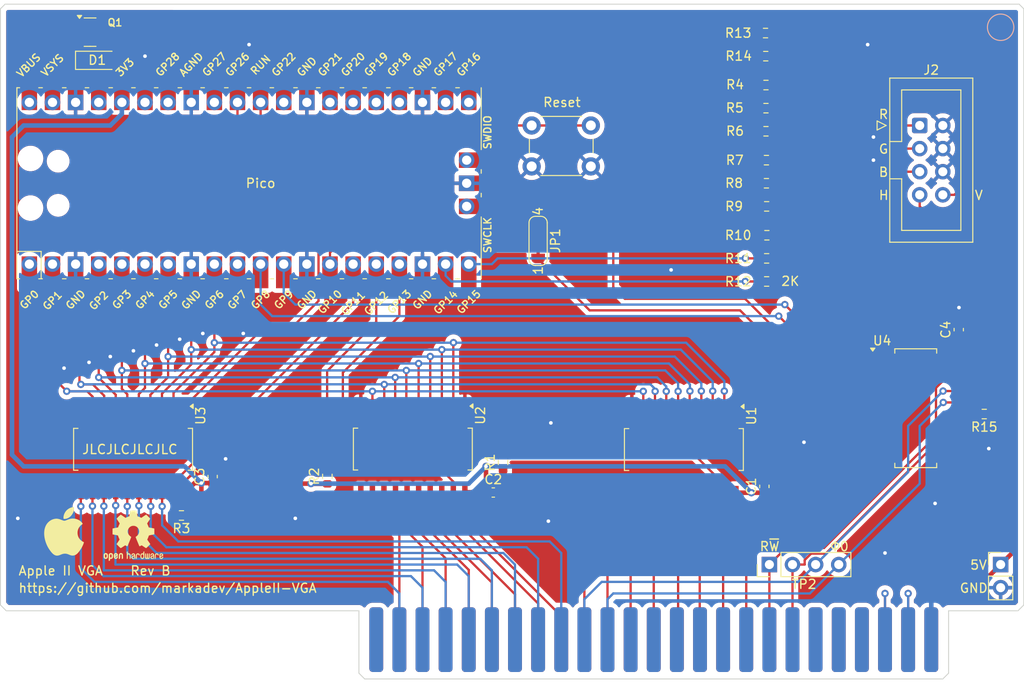
<source format=kicad_pcb>
(kicad_pcb (version 20240108) (generator "pcbnew") (generator_version "8.0")
  (title_block (title "Apple II VGA Card") (date "2023-09-09") (rev "B") (comment 1 "Licensed under CERN-OHL-P V2.0 (https://ohwr.org/cern_ohl_p_v2.txt)") (comment 2 "Copyright (c) 2021-2023 Mark Aikens"))
  (layers (0 "F.Cu" signal) (31 "B.Cu" signal) (35 "F.Paste" user) (37 "F.SilkS" user "F.Silkscreen") (38 "B.Mask" user) (39 "F.Mask" user) (44 "Edge.Cuts" user))
  (net 0 "")
  (net 1 "+5V")
  (net 2 "GND")
  (net 3 "+3.3V")
  (net 4 "~{DMAPASS}")
  (net 5 "~{INTPASS}")
  (net 6 "/DA0")
  (net 7 "/DA1")
  (net 8 "/DA2")
  (net 9 "/DA3")
  (net 10 "/DA4")
  (net 11 "/DA5")
  (net 12 "/DA6")
  (net 13 "/DA7")
  (net 14 "/VSYS")
  (net 16 "SYNC")
  (net 21 "PHI0")
  (net 22 "R~{W}")
  (net 23 "VGA_VSYNC")
  (net 24 "VGA_HSYNC")
  (net 25 "VGA_B")
  (net 26 "VGA_G")
  (net 27 "VGA_R")
  (net 38 "RUN")
  (net 40 "~{DEVSEL}")
  (net 41 "Net-(U6-GPIO22)")
  (net 42 "Net-(U6-GPIO21)")
  (net 43 "Net-(U6-GPIO20)")
  (net 44 "Net-(U6-GPIO19)")
  (net 45 "Net-(U6-GPIO18)")
  (net 46 "Net-(U6-GPIO17)")
  (net 47 "Net-(U6-GPIO16)")
  (net 48 "Net-(U6-GPIO15)")
  (net 49 "Net-(U6-GPIO14)")
  (net 50 "Net-(U6-GPIO28_ADC2)")
  (net 51 "Net-(U6-GPIO27_ADC1)")
  (net 52 "Net-(U1-CE)")
  (net 53 "Net-(U2-CE)")
  (net 54 "Net-(U3-CE)")
  (net 55 "Net-(U4-A0)")
  (net 56 "Net-(U4-A1)")
  (net 57 "Net-(JP1-Pin_2)")
  (net 60 "PHI0_3.3")
  (net 63 "/VBUS")
  (net 68 "/A8")
  (net 69 "/A9")
  (net 70 "/A10")
  (net 71 "/A11")
  (net 72 "/A12")
  (net 73 "/A13")
  (net 74 "/A14")
  (net 75 "/A15")
  (net 76 "/A0")
  (net 77 "/A1")
  (net 78 "/A2")
  (net 79 "/A3")
  (net 80 "/A4")
  (net 81 "/A5")
  (net 82 "/A6")
  (net 83 "/A7")
  (net 84 "/D0")
  (net 85 "/D1")
  (net 86 "/D2")
  (net 87 "/D3")
  (net 88 "/D4")
  (net 89 "/D5")
  (net 90 "/D6")
  (net 91 "/D7")
  (net 92 "Net-(JP1-Pin_3)")
  (net 93 "Net-(JP1-Pin_1)")
  (footprint "AppleVGA:AppleIIBus_Edge" (layer "F.Cu") (at 152.4 136.525)
    (property "Reference" "J1" (hide yes))
    (property "Value" "AppleIIBus" (hide yes))
    (fp_line (start -32.385 3.683) (end -32.385 -3.175) (stroke (width 0.1)) (layer "Edge.Cuts"))
    (fp_line (start -31.75 4.318) (end -32.385 3.683) (stroke (width 0.1)) (layer "Edge.Cuts"))
    (fp_line (start 31.75 4.318) (end -31.75 4.318) (stroke (width 0.1)) (layer "Edge.Cuts"))
    (fp_line (start 31.75 4.318) (end 32.385 3.683) (stroke (width 0.1)) (layer "Edge.Cuts"))
    (fp_line (start 32.385 -3.175) (end 32.385 3.683) (stroke (width 0.1)) (layer "Edge.Cuts"))
  )
  (footprint "Resistor_SMD:R_0603_1608Metric" (layer "F.Cu") (at 164.725 80.645)
    (property "Reference" "R6")
    (property "Value" "2K")
  )
  (footprint "Resistor_SMD:R_0603_1608Metric" (layer "F.Cu") (at 164.775 83.82)
    (property "Reference" "R7")
    (property "Value" "500")
  )
  (footprint "Resistor_SMD:R_0603_1608Metric" (layer "F.Cu") (at 164.7 72.39)
    (property "Reference" "R14")
    (property "Value" "47")
  )
  (footprint "Resistor_SMD:R_0603_1608Metric" (layer "F.Cu") (at 164.675 69.85)
    (property "Reference" "R13")
    (property "Value" "47")
  )
  (footprint "Resistor_SMD:R_0603_1608Metric" (layer "F.Cu") (at 164.8 94.615)
    (property "Reference" "R11")
    (property "Value" "1K")
  )
  (footprint "Resistor_SMD:R_0603_1608Metric" (layer "F.Cu") (at 164.8 97.155)
    (property "Reference" "R12")
    (property "Value" "2K")
  )
  (footprint "Resistor_SMD:R_0603_1608Metric" (layer "F.Cu") (at 164.825 92.075)
    (property "Reference" "R10")
    (property "Value" "500")
  )
  (footprint "Resistor_SMD:R_0603_1608Metric" (layer "F.Cu") (at 164.775 86.36)
    (property "Reference" "R8")
    (property "Value" "1K")
  )
  (footprint "Resistor_SMD:R_0603_1608Metric" (layer "F.Cu") (at 164.8 88.9)
    (property "Reference" "R9")
    (property "Value" "2K")
  )
  (footprint "MCU_RaspberryPi_and_Boards:RPi_Pico_SMD_TH" (layer "F.Cu") (at 107.95 86.36 90)
    (property "Reference" "U6" (hide yes))
    (property "Value" "Pico")
  )
  (footprint "Diode_SMD:D_SOD-123" (layer "F.Cu") (at 91.25 72.85)
    (property "Reference" "D1")
    (property "Value" "1N5817")
  )
  (footprint "Button_Switch_THT:SW_PUSH_6mm_H5mm" (layer "F.Cu") (at 138.99 80.01)
    (property "Reference" "SW1" (hide yes))
    (property "Value" "Reset")
  )
  (footprint "Package_SO:SO-20_12.8x7.5mm_P1.27mm" (layer "F.Cu") (at 155.71 115.625 -90)
    (property "Reference" "U1")
    (property "Value" "74LVC245")
  )
  (footprint "Package_SO:SO-20_12.8x7.5mm_P1.27mm" (layer "F.Cu") (at 95.21 115.6 -90)
    (property "Reference" "U3")
    (property "Value" "74LVC245")
  )
  (footprint "Package_SO:SO-20_12.8x7.5mm_P1.27mm" (layer "F.Cu") (at 125.94 115.575 -90)
    (property "Reference" "U2")
    (property "Value" "74LVC245")
  )
  (footprint "Package_SO:SO-20_12.8x7.5mm_P1.27mm" (layer "F.Cu") (at 181.175 111.085)
    (property "Reference" "U4")
    (property "Value" "74LVC245")
  )
  (footprint "Capacitor_SMD:C_0603_1608Metric" (layer "F.Cu") (at 103.95 118.6 90)
    (property "Reference" "C3")
    (property "Value" "0.1μ")
  )
  (footprint "Capacitor_SMD:C_0603_1608Metric" (layer "F.Cu") (at 164.55 119.675 90)
    (property "Reference" "C1")
    (property "Value" "0.1μ")
  )
  (footprint "Connector_IDC:IDC-Header_2x04_P2.54mm_Vertical" (layer "F.Cu") (at 181.61 80.01)
    (property "Reference" "J2")
    (property "Value" "VGA")
  )
  (footprint "Resistor_SMD:R_0603_1608Metric" (layer "F.Cu") (at 164.725 78.105)
    (property "Reference" "R5")
    (property "Value" "1K")
  )
  (footprint "Resistor_SMD:R_0603_1608Metric" (layer "F.Cu") (at 164.725 75.565)
    (property "Reference" "R4")
    (property "Value" "500")
  )
  (footprint "Resistor_SMD:R_0603_1608Metric" (layer "F.Cu") (at 135.85 117.05 90)
    (property "Reference" "R1")
    (property "Value" "10K")
  )
  (footprint "AppleVGA:SolderJumper-4_P1.3mm_Bridged12_34_RoundedPad1.0x1.5mm_NumberLabels" (layer "F.Cu") (at 139.7 93.345 90)
    (property "Reference" "JP1")
    (property "Value" "JumperPads" (hide yes))
  )
  (footprint "Resistor_SMD:R_0603_1608Metric" (layer "F.Cu") (at 188.7 111.725 180)
    (property "Reference" "R15")
    (property "Value" "10K")
  )
  (footprint "Connector_PinHeader_2.54mm:PinHeader_1x02_P2.54mm_Vertical" (layer "F.Cu") (at 190.5 128.27)
    (property "Reference" "TP1" (hide yes))
    (property "Value" "PowerTestPoints" (hide yes))
  )
  (footprint "Capacitor_SMD:C_0603_1608Metric" (layer "F.Cu") (at 134.775 120.35)
    (property "Reference" "C2")
    (property "Value" "0.1μ")
  )
  (footprint "Package_TO_SOT_SMD:SOT-23" (layer "F.Cu") (at 90.4875 69.75)
    (property "Reference" "Q1")
    (property "Value" "DMG2305UX-7" (hide yes))
  )
  (footprint "AppleVGA:AppleLogo_5mm" (layer "F.Cu") (at 87.678318 120.612326)
    (property "Reference" "LOGO1" (hide yes))
    (property "Value" "AppleLogo_5mm" (hide yes))
  )
  (footprint "Connector_PinHeader_2.54mm:PinHeader_1x04_P2.54mm_Vertical" (layer "F.Cu") (at 165.1 128.27 90)
    (property "Reference" "TP2")
    (property "Value" "SignalTestPoints" (hide yes))
  )
  (footprint "Resistor_SMD:R_0603_1608Metric" (layer "F.Cu") (at 100.525 122.875 180)
    (property "Reference" "R3")
    (property "Value" "10K")
  )
  (footprint "Capacitor_SMD:C_0603_1608Metric" (layer "F.Cu") (at 185.9 102.45 90)
    (property "Reference" "C4")
    (property "Value" "0.1μ")
  )
  (footprint "Symbol:OSHW-Logo2_7.3x6mm_SilkScreen" (layer "F.Cu") (at 95.25 125.095)
    (property "Reference" "REF**" (hide yes))
    (property "Value" "OSHW-Logo2_7.3x6mm_SilkScreen" (hide yes))
  )
  (footprint "Resistor_SMD:R_0603_1608Metric" (layer "F.Cu") (at 116.55 118.575 90)
    (property "Reference" "R2")
    (property "Value" "10K")
  )
  (footprint "TestPoint:TestPoint_Pad_D2.5mm" (layer "B.Cu") (at 190.5 69.215 180)
    (property "Reference" "REF**" (hide yes))
    (property "Value" "TestPoint_Pad_D2.5mm")
  )
  (gr_line (start 193.04 132.715) (end 193.04 67.183) (stroke (width 0.1)) (layer "Edge.Cuts"))
  (gr_line (start 192.532 66.675) (end 81.153 66.675) (stroke (width 0.1)) (layer "Edge.Cuts"))
  (gr_line (start 81.28 133.35) (end 120.015 133.35) (stroke (width 0.1)) (layer "Edge.Cuts"))
  (gr_line (start 184.785 133.35) (end 192.405 133.35) (stroke (width 0.1)) (layer "Edge.Cuts"))
  (gr_line (start 81.153 66.675) (end 80.645 67.183) (stroke (width 0.1)) (layer "Edge.Cuts"))
  (gr_line (start 192.532 66.675) (end 193.04 67.183) (stroke (width 0.1)) (layer "Edge.Cuts"))
  (gr_line (start 80.645 132.715) (end 81.28 133.35) (stroke (width 0.1)) (layer "Edge.Cuts"))
  (gr_line (start 192.405 133.35) (end 193.04 132.715) (stroke (width 0.1)) (layer "Edge.Cuts"))
  (gr_line (start 80.645 67.183) (end 80.645 132.715) (stroke (width 0.1)) (layer "Edge.Cuts"))
  (gr_text "GND" (at 185.928 131.445 0) (layer "F.SilkS") (effects (font (size 1 1)) (justify left bottom)))
  (gr_text "R" (at 177.038 79.375 0) (layer "F.SilkS") (effects (font (size 1 1)) (justify left bottom)))
  (gr_text "Apple II VGA    Rev B" (at 82.55 129.54 0) (layer "F.SilkS") (effects (font (size 1 1)) (justify left bottom)))
  (gr_text "V" (at 187.579 88.265 0) (layer "F.SilkS") (effects (font (size 1 1)) (justify left bottom)))
  (gr_text "JLCJLCJLCJLC" (at 89.535 116.205 0) (layer "F.SilkS") (effects (font (size 1.016 1.016) (thickness 0.1524)) (justify left bottom)))
  (gr_text "H" (at 177.038 88.265 0) (layer "F.SilkS") (effects (font (size 1 1)) (justify left bottom)))
  (gr_text "G" (at 177.038 83.185 0) (layer "F.SilkS") (effects (font (size 1 1)) (justify left bottom)))
  (gr_text "5V" (at 187.071 128.905 0) (layer "F.SilkS") (effects (font (size 1 1)) (justify left bottom)))
  (gr_text "R~{W}" (at 163.957 126.873 0) (layer "F.SilkS") (effects (font (size 1 1)) (justify left bottom)))
  (gr_text "B" (at 177.038 85.725 0) (layer "F.SilkS") (effects (font (size 1 1)) (justify left bottom)))
  (gr_text "https://github.com/markadev/AppleII-VGA" (at 82.55 131.445 0) (layer "F.SilkS") (effects (font (size 1 1)) (justify left bottom)))
  (gr_text "Φ0" (at 171.704 126.873 0) (layer "F.SilkS") (effects (font (size 1 1)) (justify left bottom)))
  (segment (start 92.9 72.85) (end 92.9 69.775) (width 0.5) (layer "F.Cu") (net 1))
  (segment (start 182.88 132.08) (end 182.88 136.525) (width 0.5) (layer "F.Cu") (net 1))
  (segment (start 191.77 73.025) (end 191.77 102.235) (width 0.5) (layer "F.Cu") (net 1))
  (segment (start 190.5 128.27) (end 187.96 130.81) (width 0.5) (layer "F.Cu") (net 1))
  (segment (start 91.425 69.75) (end 92.875 69.75) (width 0.5) (layer "F.Cu") (net 1))
  (segment (start 184.15 130.81) (end 182.88 132.08) (width 0.5) (layer "F.Cu") (net 1))
  (segment (start 98.525 69.75) (end 100.33 67.945) (width 0.5) (layer "F.Cu") (net 1))
  (segment (start 100.33 67.945) (end 186.69 67.945) (width 0.5) (layer "F.Cu") (net 1))
  (segment (start 189.55 111.75) (end 191.77 113.97) (width 0.5) (layer "F.Cu") (net 1))
  (segment (start 92.9 69.775) (end 92.875 69.75) (width 0.5) (layer "F.Cu") (net 1))
  (segment (start 92.875 69.75) (end 98.525 69.75) (width 0.5) (layer "F.Cu") (net 1))
  (segment (start 186.69 67.945) (end 191.77 73.025) (width 0.5) (layer "F.Cu") (net 1))
  (segment (start 191.77 102.235) (end 189.55 104.455) (width 0.5) (layer "F.Cu") (net 1))
  (segment (start 191.77 127) (end 190.5 128.27) (width 0.5) (layer "F.Cu") (net 1))
  (segment (start 189.55 104.455) (end 189.55 111.75) (width 0.5) (layer "F.Cu") (net 1))
  (segment (start 187.96 130.81) (end 184.15 130.81) (width 0.5) (layer "F.Cu") (net 1))
  (segment (start 191.77 113.97) (end 191.77 127) (width 0.5) (layer "F.Cu") (net 1))
  (via (at 105.375 116.65) (size 0.8) (drill 0.4) (layers "F.Cu" "B.Cu") (net 2))
  (via (at 168.9 114.825) (size 0.8) (drill 0.4) (layers "F.Cu" "B.Cu") (net 2))
  (via (at 189.2 115.525) (size 0.8) (drill 0.4) (layers "F.Cu" "B.Cu") (net 2))
  (via (at 183.3 121.55) (size 0.8) (drill 0.4) (layers "F.Cu" "B.Cu") (net 2))
  (via (at 176.53 81.28) (size 0.8) (drill 0.4) (layers "F.Cu" "B.Cu") (net 2))
  (via (at 97.79 104.14) (size 0.8) (drill 0.4) (layers "F.Cu" "B.Cu") (net 2))
  (via (at 154.305 95.885) (size 0.8) (drill 0.4) (layers "F.Cu" "B.Cu") (net 2))
  (via (at 113.03 123.19) (size 0.8) (drill 0.4) (layers "F.Cu" "B.Cu") (net 2))
  (via (at 102.87 102.87) (size 0.8) (drill 0.4) (layers "F.Cu" "B.Cu") (net 2))
  (via (at 92.71 105.41) (size 0.8) (drill 0.4) (layers "F.Cu" "B.Cu") (net 2))
  (via (at 100.33 103.505) (size 0.8) (drill 0.4) (layers "F.Cu" "B.Cu") (net 2))
  (via (at 90.375 106.045) (size 0.8) (drill 0.4) (layers "F.Cu" "B.Cu") (net 2))
  (via (at 82.55 123.19) (size 0.8) (drill 0.4) (layers "F.Cu" "B.Cu") (net 2))
  (via (at 87.63 106.68) (size 0.8) (drill 0.4) (layers "F.Cu" "B.Cu") (net 2))
  (via (at 175.895 71.12) (size 0.8) (drill 0.4) (layers "F.Cu" "B.Cu") (net 2))
  (via (at 140.825 123.5) (size 0.8) (drill 0.4) (layers "F.Cu" "B.Cu") (net 2))
  (via (at 176.53 83.82) (size 0.8) (drill 0.4) (layers "F.Cu" "B.Cu") (net 2))
  (via (at 185.925 100.025) (size 0.8) (drill 0.4) (layers "F.Cu" "B.Cu") (net 2))
  (via (at 95.25 104.775) (size 0.8) (drill 0.4) (layers "F.Cu" "B.Cu") (net 2))
  (via (at 96.52 72.39) (size 0.8) (drill 0.4) (layers "F.Cu" "B.Cu") (net 2))
  (via (at 107.315 102.87) (size 0.8) (drill 0.4) (layers "F.Cu" "B.Cu") (net 2))
  (via (at 177.8 127) (size 0.8) (drill 0.4) (layers "F.Cu" "B.Cu") (net 2))
  (via (at 107.95 71.12) (size 0.8) (drill 0.4) (layers "F.Cu" "B.Cu") (net 2))
  (via (at 141.1 112.7) (size 0.8) (drill 0.4) (layers "F.Cu" "B.Cu") (net 2))
  (segment (start 182.88 137.16) (end 182.88 130.175) (width 0.5) (layer "B.Cu") (net 2))
  (segment (start 182.88 130.175) (end 179.705 127) (width 0.5) (layer "B.Cu") (net 2))
  (segment (start 179.705 127) (end 177.8 127) (width 0.5) (layer "B.Cu") (net 2))
  (segment (start 135.45 117.475) (end 135.85 117.875) (width 0.5) (layer "F.Cu") (net 3))
  (segment (start 178.075 117.725) (end 175.425 120.375) (width 0.5) (layer "F.Cu") (net 3))
  (segment (start 175.425 120.375) (end 163.125 120.375) (width 0.5) (layer "F.Cu") (net 3))
  (segment (start 185.9 103.225) (end 185.9 105.345) (width 0.5) (layer "F.Cu") (net 3))
  (segment (start 103.95 119.375) (end 114.75 119.375) (width 0.5) (layer "F.Cu") (net 3))
  (segment (start 133.975 120.125) (end 133.775 120.325) (width 0.5) (layer "F.Cu") (net 3))
  (segment (start 102.7125 119.3125) (end 102.7125 121.5125) (width 0.5) (layer "F.Cu") (net 3))
  (segment (start 133.775 120.325) (end 131.655 120.325) (width 0.5) (layer "F.Cu") (net 3))
  (segment (start 133.975 117.475) (end 135.45 117.475) (width 0.5) (layer "F.Cu") (net 3))
  (segment (start 102.7125 121.5125) (end 101.35 122.875) (width 0.5) (layer "F.Cu") (net 3))
  (segment (start 102.7125 119.3125) (end 103.8875 119.3125) (width 0.5) (layer "F.Cu") (net 3))
  (segment (start 114.75 119.375) (end 114.775 119.4) (width 0.5) (layer "F.Cu") (net 3))
  (segment (start 185.9 105.345) (end 185.925 105.37) (width 0.5) (layer "F.Cu") (net 3))
  (segment (start 114.775 119.4) (end 116.55 119.4) (width 0.5) (layer "F.Cu") (net 3))
  (segment (start 103.8875 119.3125) (end 103.95 119.375) (width 0.5) (layer "F.Cu") (net 3))
  (segment (start 178.075 111.05) (end 178.075 117.725) (width 0.5) (layer "F.Cu") (net 3))
  (segment (start 185.9 103.225) (end 178.075 111.05) (width 0.5) (layer "F.Cu") (net 3))
  (segment (start 163.125 120.375) (end 161.425 120.375) (width 0.5) (layer "F.Cu") (net 3))
  (segment (start 101.9625 119.3125) (end 100.925 120.35) (width 0.5) (layer "F.Cu") (net 3))
  (segment (start 102.7125 119.3125) (end 101.9625 119.3125) (width 0.5) (layer "F.Cu") (net 3))
  (segment (start 133.975 117.475) (end 133.975 120.125) (width 0.5) (layer "F.Cu") (net 3))
  (via (at 114.75 119.375) (size 0.8) (drill 0.4) (layers "F.Cu" "B.Cu") (net 3))
  (via (at 133.975 117.475) (size 0.8) (drill 0.4) (layers "F.Cu" "B.Cu") (net 3))
  (via (at 102.7125 119.3125) (size 0.8) (drill 0.4) (layers "F.Cu" "B.Cu") (net 3))
  (via (at 163.125 120.375) (size 0.8) (drill 0.4) (layers "F.Cu" "B.Cu") (net 3))
  (segment (start 83.185 117.475) (end 100.875 117.475) (width 0.5) (layer "B.Cu") (net 3))
  (segment (start 114.75 119.375) (end 132.075 119.375) (width 0.5) (layer "B.Cu") (net 3))
  (segment (start 93.98 78.74) (end 92.71 80.01) (width 0.5) (layer "B.Cu") (net 3))
  (segment (start 160.225 117.475) (end 163.1 120.35) (width 0.5) (layer "B.Cu") (net 3))
  (segment (start 132.075 119.375) (end 133.975 117.475) (width 0.5) (layer "B.Cu") (net 3))
  (segment (start 81.915 116.205) (end 83.185 117.475) (width 0.5) (layer "B.Cu") (net 3))
  (segment (start 92.71 80.01) (end 83.185 80.01) (width 0.5) (layer "B.Cu") (net 3))
  (segment (start 133.975 117.475) (end 160.225 117.475) (width 0.5) (layer "B.Cu") (net 3))
  (segment (start 83.185 80.01) (end 81.915 81.28) (width 0.5) (layer "B.Cu") (net 3))
  (segment (start 81.915 81.28) (end 81.915 116.205) (width 0.5) (layer "B.Cu") (net 3))
  (segment (start 93.98 77.47) (end 93.98 78.74) (width 0.5) (layer "B.Cu") (net 3))
  (segment (start 100.875 117.475) (end 102.7125 119.3125) (width 0.5) (layer "B.Cu") (net 3))
  (segment (start 180.34 137.16) (end 180.34 131.445) (width 0.25) (layer "F.Cu") (net 4))
  (via (at 180.34 131.445) (size 0.8) (drill 0.4) (layers "F.Cu" "B.Cu") (net 4))
  (segment (start 180.34 137.16) (end 180.34 131.445) (width 0.25) (layer "B.Cu") (net 4))
  (segment (start 177.8 137.16) (end 177.8 131.445) (width 0.25) (layer "F.Cu") (net 5))
  (via (at 177.8 131.445) (size 0.8) (drill 0.4) (layers "F.Cu" "B.Cu") (net 5))
  (segment (start 177.8 137.16) (end 177.8 131.445) (width 0.25) (layer "B.Cu") (net 5))
  (segment (start 90.17 109.22) (end 90.765 109.815) (width 0.25) (layer "F.Cu") (net 6))
  (segment (start 86.36 102.87) (end 83.82 100.33) (width 0.25) (layer "F.Cu") (net 6))
  (segment (start 90.765 109.815) (end 90.765 110.85) (width 0.25) (layer "F.Cu") (net 6))
  (segment (start 121.495 110.825) (end 121.5 110.82) (width 0.25) (layer "F.Cu") (net 6))
  (segment (start 86.36 107.655) (end 86.36 102.87) (width 0.25) (layer "F.Cu") (net 6))
  (segment (start 87.925 109.22) (end 86.36 107.655) (width 0.25) (layer "F.Cu") (net 6))
  (segment (start 151.25 110.86) (end 151.265 110.875) (width 0.25) (layer "F.Cu") (net 6))
  (segment (start 83.82 100.33) (end 83.82 95.25) (width 0.25) (layer "F.Cu") (net 6))
  (segment (start 121.5 110.82) (end 121.5 109.225) (width 0.25) (layer "F.Cu") (net 6))
  (segment (start 87.925 109.22) (end 90.17 109.22) (width 0.25) (layer "F.Cu") (net 6))
  (segment (start 151.25 109.225) (end 151.25 110.86) (width 0.25) (layer "F.Cu") (net 6))
  (via (at 121.5 109.225) (size 0.8) (drill 0.4) (layers "F.Cu" "B.Cu") (net 6))
  (via (at 87.925 109.22) (size 0.8) (drill 0.4) (layers "F.Cu" "B.Cu") (net 6))
  (via (at 151.25 109.225) (size 0.8) (drill 0.4) (layers "F.Cu" "B.Cu") (net 6))
  (segment (start 151.25 109.225) (end 151.2464 109.2286) (width 0.25) (layer "B.Cu") (net 6))
  (segment (start 151.2464 109.2286) (end 87.9336 109.2286) (width 0.25) (layer "B.Cu") (net 6))
  (segment (start 87.9336 109.2286) (end 87.925 109.22) (width 0.25) (layer "B.Cu") (net 6))
  (segment (start 152.55 109.225) (end 152.535 109.24) (width 0.25) (layer "F.Cu") (net 7))
  (segment (start 152.535 109.24) (end 152.535 110.875) (width 0.25) (layer "F.Cu") (net 7))
  (segment (start 122.8 110.79) (end 122.765 110.825) (width 0.25) (layer "F.Cu") (net 7))
  (segment (start 92.035 109.71) (end 90.7914 108.4664) (width 0.25) (layer "F.Cu") (net 7))
  (segment (start 89.325 108.3164) (end 89.325 102.66) (width 0.25) (layer "F.Cu") (net 7))
  (segment (start 90.7914 108.4664) (end 89.475 108.4664) (width 0.25) (layer "F.Cu") (net 7))
  (segment (start 92.035 110.85) (end 92.035 109.71) (width 0.25) (layer "F.Cu") (net 7))
  (segment (start 122.8 108.475) (end 122.8 110.79) (width 0.25) (layer "F.Cu") (net 7))
  (segment (start 89.325 102.66) (end 86.36 99.695) (width 0.25) (layer "F.Cu") (net 7))
  (segment (start 89.475 108.4664) (end 89.325 108.3164) (width 0.25) (layer "F.Cu") (net 7))
  (segment (start 86.36 99.695) (end 86.36 95.25) (width 0.25) (layer "F.Cu") (net 7))
  (via (at 122.8 108.475) (size 0.8) (drill 0.4) (layers "F.Cu" "B.Cu") (net 7))
  (via (at 89.475 108.4664) (size 0.8) (drill 0.4) (layers "F.Cu" "B.Cu") (net 7))
  (via (at 152.55 109.225) (size 0.8) (drill 0.4) (layers "F.Cu" "B.Cu") (net 7))
  (segment (start 152.033 108.458) (end 89.4834 108.458) (width 0.25) (layer "B.Cu") (net 7))
  (segment (start 152.55 108.975) (end 152.033 108.458) (width 0.25) (layer "B.Cu") (net 7))
  (segment (start 89.4834 108.458) (end 89.475 108.4664) (width 0.25) (layer "B.Cu") (net 7))
  (segment (start 152.55 109.225) (end 152.55 108.975) (width 0.25) (layer "B.Cu") (net 7))
  (segment (start 93.305 110.85) (end 93.305 109.605) (width 0.25) (layer "F.Cu") (net 8))
  (segment (start 153.775 110.845) (end 153.805 110.875) (width 0.25) (layer "F.Cu") (net 8))
  (segment (start 124 110.79) (end 124.035 110.825) (width 0.25) (layer "F.Cu") (net 8))
  (segment (start 153.775 109.225) (end 153.775 110.845) (width 0.25) (layer "F.Cu") (net 8))
  (segment (start 91.44 107.74) (end 91.44 95.25) (width 0.25) (layer "F.Cu") (net 8))
  (segment (start 93.305 109.605) (end 91.44 107.74) (width 0.25) (layer "F.Cu") (net 8))
  (segment (start 124 107.7) (end 124 110.79) (width 0.25) (layer "F.Cu") (net 8))
  (via (at 124 107.7) (size 0.8) (drill 0.4) (layers "F.Cu" "B.Cu") (net 8))
  (via (at 153.775 109.225) (size 0.8) (drill 0.4) (layers "F.Cu" "B.Cu") (net 8))
  (via (at 91.44 107.696) (size 0.8) (drill 0.4) (layers "F.Cu" "B.Cu") (net 8))
  (segment (start 152.771 107.696) (end 91.44 107.696) (width 0.25) (layer "B.Cu") (net 8))
  (segment (start 153.775 109.225) (end 153.775 108.7) (width 0.25) (layer "B.Cu") (net 8))
  (segment (start 153.775 108.7) (end 152.771 107.696) (width 0.25) (layer "B.Cu") (net 8))
  (segment (start 93.98 108.955) (end 93.98 95.25) (width 0.25) (layer "F.Cu") (net 9))
  (segment (start 94.575 110.85) (end 94.575 109.55) (width 0.25) (layer "F.Cu") (net 9))
  (segment (start 125.225 110.745) (end 125.305 110.825) (width 0.25) (layer "F.Cu") (net 9))
  (segment (start 155.075 109.225) (end 155.075 110.875) (width 0.25) (layer "F.Cu") (net 9))
  (segment (start 94.575 109.55) (end 93.98 108.955) (width 0.25) (layer "F.Cu") (net 9))
  (segment (start 125.225 106.934) (end 125.225 110.745) (width 0.25) (layer "F.Cu") (net 9))
  (via (at 93.98 106.934) (size 0.8) (drill 0.4) (layers "F.Cu" "B.Cu") (net 9))
  (via (at 125.225 106.934) (size 0.8) (drill 0.4) (layers "F.Cu" "B.Cu") (net 9))
  (via (at 155.075 109.225) (size 0.8) (drill 0.4) (layers "F.Cu" "B.Cu") (net 9))
  (segment (start 155.075 109.225) (end 155.075 108.339) (width 0.25) (layer "B.Cu") (net 9))
  (segment (start 153.67 106.934) (end 93.98 106.934) (width 0.25) (layer "B.Cu") (net 9))
  (segment (start 155.075 108.339) (end 153.67 106.934) (width 0.25) (layer "B.Cu") (net 9))
  (segment (start 96.52 108.855) (end 96.52 95.25) (width 0.25) (layer "F.Cu") (net 10))
  (segment (start 126.575 106.172) (end 126.575 110.825) (width 0.25) (layer "F.Cu") (net 10))
  (segment (start 95.845 109.53) (end 96.52 108.855) (width 0.25) (layer "F.Cu") (net 10))
  (segment (start 156.375 109.2) (end 156.345 109.23) (width 0.25) (layer "F.Cu") (net 10))
  (segment (start 156.345 109.23) (end 156.345 110.875) (width 0.25) (layer "F.Cu") (net 10))
  (segment (start 95.845 110.85) (end 95.845 109.53) (width 0.25) (layer "F.Cu") (net 10))
  (via (at 126.575 106.172) (size 0.8) (drill 0.4) (layers "F.Cu" "B.Cu") (net 10))
  (via (at 156.375 109.2) (size 0.8) (drill 0.4) (layers "F.Cu" "B.Cu") (net 10))
  (via (at 96.52 106.172) (size 0.8) (drill 0.4) (layers "F.Cu" "B.Cu") (net 10))
  (segment (start 156.375 109.2) (end 156.375 108.475) (width 0.25) (layer "B.Cu") (net 10))
  (segment (start 156.375 108.475) (end 154.072 106.172) (width 0.25) (layer "B.Cu") (net 10))
  (segment (start 154.072 106.172) (end 96.52 106.172) (width 0.25) (layer "B.Cu") (net 10))
  (segment (start 97.115 109.61) (end 99.06 107.665) (width 0.25) (layer "F.Cu") (net 11))
  (segment (start 157.625 109.2) (end 157.625 110.865) (width 0.25) (layer "F.Cu") (net 11))
  (segment (start 99.06 107.665) (end 99.06 95.25) (width 0.25) (layer "F.Cu") (net 11))
  (segment (start 97.115 110.85) (end 97.115 109.61) (width 0.25) (layer "F.Cu") (net 11))
  (segment (start 157.625 110.865) (end 157.615 110.875) (width 0.25) (layer "F.Cu") (net 11))
  (segment (start 127.85 105.4) (end 127.85 110.82) (width 0.25) (layer "F.Cu") (net 11))
  (segment (start 127.85 110.82) (end 127.845 110.825) (width 0.25) (layer "F.Cu") (net 11))
  (via (at 99.06 105.41) (size 0.8) (drill 0.4) (layers "F.Cu" "B.Cu") (net 11))
  (via (at 127.85 105.4) (size 0.8) (drill 0.4) (layers "F.Cu" "B.Cu") (net 11))
  (via (at 157.625 109.2) (size 0.8) (drill 0.4) (layers "F.Cu" "B.Cu") (net 11))
  (segment (start 157.625 108.325) (end 154.71 105.41) (width 0.25) (layer "B.Cu") (net 11))
  (segment (start 154.71 105.41) (end 99.06 105.41) (width 0.25) (layer "B.Cu") (net 11))
  (segment (start 157.625 109.2) (end 157.625 108.325) (width 0.25) (layer "B.Cu") (net 11))
  (segment (start 101.6 106.275) (end 101.6 104.648) (width 0.25) (layer "F.Cu") (net 12))
  (segment (start 98.385 109.49) (end 101.6 106.275) (width 0.25) (layer "F.Cu") (net 12))
  (segment (start 129.125 110.815) (end 129.115 110.825) (width 0.25) (layer "F.Cu") (net 12))
  (segment (start 104.14 95.25) (end 104.14 99.695) (width 0.25) (layer "F.Cu") (net 12))
  (segment (start 158.875 109.2) (end 158.875 110.865) (width 0.25) (layer "F.Cu") (net 12))
  (segment (start 98.385 110.85) (end 98.385 109.49) (width 0.25) (layer "F.Cu") (net 12))
  (segment (start 129.125 104.65) (end 129.125 110.815) (width 0.25) (layer "F.Cu") (net 12))
  (segment (start 158.875 110.865) (end 158.885 110.875) (width 0.25) (layer "F.Cu") (net 12))
  (segment (start 104.14 99.695) (end 101.6 102.235) (width 0.25) (layer "F.Cu") (net 12))
  (segment (start 101.6 102.235) (end 101.6 104.648) (width 0.25) (layer "F.Cu") (net 12))
  (via (at 101.6 104.648) (size 0.8) (drill 0.4) (layers "F.Cu" "B.Cu") (net 12))
  (via (at 158.875 109.2) (size 0.8) (drill 0.4) (layers "F.Cu" "B.Cu") (net 12))
  (via (at 129.125 104.65) (size 0.8) (drill 0.4) (layers "F.Cu" "B.Cu") (net 12))
  (segment (start 158.875 109.2) (end 158.875 108.15) (width 0.25) (layer "B.Cu") (net 12))
  (segment (start 155.3714 104.6464) (end 101.6016 104.6464) (width 0.25) (layer "B.Cu") (net 12))
  (segment (start 101.6016 104.6464) (end 101.6 104.648) (width 0.25) (layer "B.Cu") (net 12))
  (segment (start 158.875 108.15) (end 155.3714 104.6464) (width 0.25) (layer "B.Cu") (net 12))
  (segment (start 160.15 110.87) (end 160.155 110.875) (width 0.25) (layer "F.Cu") (net 13))
  (segment (start 104.14 102.87) (end 104.14 103.886) (width 0.25) (layer "F.Cu") (net 13))
  (segment (start 130.385 103.89) (end 130.385 110.825) (width 0.25) (layer "F.Cu") (net 13))
  (segment (start 130.4 103.875) (end 130.385 103.89) (width 0.25) (layer "F.Cu") (net 13))
  (segment (start 99.655 110.85) (end 99.655 109.395) (width 0.25) (layer "F.Cu") (net 13))
  (segment (start 104.14 104.91) (end 104.14 103.886) (width 0.25) (layer "F.Cu") (net 13))
  (segment (start 106.68 100.33) (end 106.68 95.25) (width 0.25) (layer "F.Cu") (net 13))
  (segment (start 160.15 109.2) (end 160.15 110.87) (width 0.25) (layer "F.Cu") (net 13))
  (segment (start 104.14 102.87) (end 106.68 100.33) (width 0.25) (layer "F.Cu") (net 13))
  (segment (start 99.655 109.395) (end 104.14 104.91) (width 0.25) (layer "F.Cu") (net 13))
  (via (at 130.4 103.875) (size 0.8) (drill 0.4) (layers "F.Cu" "B.Cu") (net 13))
  (via (at 160.15 109.2) (size 0.8) (drill 0.4) (layers "F.Cu" "B.Cu") (net 13))
  (via (at 104.14 103.886) (size 0.8) (drill 0.4) (layers "F.Cu" "B.Cu") (net 13))
  (segment (start 155.954529 103.886) (end 104.14 103.886) (width 0.25) (layer "B.Cu") (net 13))
  (segment (start 160.15 109.2) (end 160.15 108.081471) (width 0.25) (layer "B.Cu") (net 13))
  (segment (start 160.15 108.081471) (end 155.954529 103.886) (width 0.25) (layer "B.Cu") (net 13))
  (segment (start 89.55 70.7) (end 88.525 70.7) (width 0.5) (layer "F.Cu") (net 14))
  (segment (start 88.525 70.7) (end 86.36 72.865) (width 0.5) (layer "F.Cu") (net 14))
  (segment (start 89.6 72.85) (end 89.6 70.75) (width 0.5) (layer "F.Cu") (net 14))
  (segment (start 89.6 70.75) (end 89.55 70.7) (width 0.5) (layer "F.Cu") (net 14))
  (segment (start 86.36 72.865) (end 86.36 77.47) (width 0.5) (layer "F.Cu") (net 14))
  (segment (start 168.9764 128.27) (end 168.9764 127.771452) (width 0.25) (layer "F.Cu") (net 16))
  (segment (start 167.64 128.27) (end 168.9764 128.27) (width 0.25) (layer "F.Cu") (net 16))
  (segment (start 184.7452 112.2602) (end 185.2854 111.72) (width 0.25) (layer "F.Cu") (net 16))
  (segment (start 168.9764 127.771452) (end 169.681452 127.0664) (width 0.25) (layer "F.Cu") (net 16))
  (segment (start 185.2854 111.72) (end 185.925 111.72) (width 0.25) (layer "F.Cu") (net 16))
  (segment (start 185.925 111.72) (end 187.87 111.72) (width 0.25) (layer "F.Cu") (net 16))
  (segment (start 171.2836 127.0664) (end 184.7452 113.6048) (width 0.25) (layer "F.Cu") (net 16))
  (segment (start 167.64 136.525) (end 167.64 128.27) (width 0.25) (layer "F.Cu") (net 16))
  (segment (start 184.7452 113.6048) (end 184.7452 112.2602) (width 0.25) (layer "F.Cu") (net 16))
  (segment (start 187.87 111.72) (end 187.875 111.725) (width 0.25) (layer "F.Cu") (net 16))
  (segment (start 169.681452 127.0664) (end 171.2836 127.0664) (width 0.25) (layer "F.Cu") (net 16))
  (segment (start 184.2 110.45) (end 185.925 110.45) (width 0.25) (layer "F.Cu") (net 21))
  (via (at 184.2 110.45) (size 0.8) (drill 0.4) (layers "F.Cu" "B.Cu") (net 21))
  (segment (start 147.955 131.445) (end 147.32 132.08) (width 0.25) (layer "B.Cu") (net 21))
  (segment (start 169.545 131.445) (end 147.955 131.445) (width 0.25) (layer "B.Cu") (net 21))
  (segment (start 172.72 128.27) (end 169.545 131.445) (width 0.25) (layer "B.Cu") (net 21))
  (segment (start 181.61 119.38) (end 181.61 113.04) (width 0.25) (layer "B.Cu") (net 21))
  (segment (start 147.32 132.08) (end 147.32 137.16) (width 0.25) (layer "B.Cu") (net 21))
  (segment (start 181.61 113.04) (end 184.2 110.45) (width 0.25) (layer "B.Cu") (net 21))
  (segment (start 172.72 128.27) (end 181.61 119.38) (width 0.25) (layer "B.Cu") (net 21))
  (segment (start 165.1 136.525) (end 165.1 128.27) (width 0.25) (layer "F.Cu") (net 22))
  (segment (start 183.4 114.15) (end 183.4 108.85) (width 0.25) (layer "F.Cu") (net 22))
  (segment (start 184.34 107.91) (end 185.925 107.91) (width 0.25) (layer "F.Cu") (net 22))
  (segment (start 171.1 126.45) (end 183.4 114.15) (width 0.25) (layer "F.Cu") (net 22))
  (segment (start 166.92 126.45) (end 171.1 126.45) (width 0.25) (layer "F.Cu") (net 22))
  (segment (start 183.4 108.85) (end 184.34 107.91) (width 0.25) (layer "F.Cu") (net 22))
  (segment (start 165.1 128.27) (end 166.92 126.45) (width 0.25) (layer "F.Cu") (net 22))
  (segment (start 165.525 72.39) (end 183.515 72.39) (width 0.25) (layer "F.Cu") (net 23))
  (segment (start 186.69 75.565) (end 186.69 86.36) (width 0.25) (layer "F.Cu") (net 23))
  (segment (start 186.69 86.36) (end 185.42 87.63) (width 0.25) (layer "F.Cu") (net 23))
  (segment (start 185.42 87.63) (end 184.15 87.63) (width 0.25) (layer "F.Cu") (net 23))
  (segment (start 183.515 72.39) (end 186.69 75.565) (width 0.25) (layer "F.Cu") (net 23))
  (segment (start 181.61 88.9) (end 182.88 90.17) (width 0.25) (layer "F.Cu") (net 24))
  (segment (start 186.69 90.17) (end 189.23 87.63) (width 0.25) (layer "F.Cu") (net 24))
  (segment (start 189.23 74.295) (end 184.785 69.85) (width 0.25) (layer "F.Cu") (net 24))
  (segment (start 189.23 87.63) (end 189.23 74.295) (width 0.25) (layer "F.Cu") (net 24))
  (segment (start 181.61 87.63) (end 181.61 88.9) (width 0.25) (layer "F.Cu") (net 24))
  (segment (start 182.88 90.17) (end 186.69 90.17) (width 0.25) (layer "F.Cu") (net 24))
  (segment (start 184.785 69.85) (end 165.5 69.85) (width 0.25) (layer "F.Cu") (net 24))
  (segment (start 171.45 92.075) (end 178.435 85.09) (width 0.25) (layer "F.Cu") (net 25))
  (segment (start 165.625 94.615) (end 165.625 97.155) (width 0.25) (layer "F.Cu") (net 25))
  (segment (start 178.435 85.09) (end 181.61 85.09) (width 0.25) (layer "F.Cu") (net 25))
  (segment (start 165.625 92.075) (end 165.625 94.615) (width 0.25) (layer "F.Cu") (net 25))
  (segment (start 165.65 92.075) (end 171.45 92.075) (width 0.25) (layer "F.Cu") (net 25))
  (segment (start 165.6 83.82) (end 173.99 83.82) (width 0.25) (layer "F.Cu") (net 26))
  (segment (start 165.6 83.815) (end 165.6 86.355) (width 0.25) (layer "F.Cu") (net 26))
  (segment (start 165.6 86.355) (end 165.6 88.895) (width 0.25) (layer "F.Cu") (net 26))
  (segment (start 175.26 82.55) (end 181.61 82.55) (width 0.25) (layer "F.Cu") (net 26))
  (segment (start 173.99 83.82) (end 175.26 82.55) (width 0.25) (layer "F.Cu") (net 26))
  (segment (start 165.55 78.105) (end 174.625 78.105) (width 0.25) (layer "F.Cu") (net 27))
  (segment (start 165.575 78.1) (end 165.575 80.64) (width 0.25) (layer "F.Cu") (net 27))
  (segment (start 165.575 75.56) (end 165.575 78.1) (width 0.25) (layer "F.Cu") (net 27))
  (segment (start 176.53 80.01) (end 181.61 80.01) (width 0.25) (layer "F.Cu") (net 27))
  (segment (start 174.625 78.105) (end 176.53 80.01) (width 0.25) (layer "F.Cu") (net 27))
  (segment (start 138.99 80.01) (end 145.49 80.01) (width 0.25) (layer "F.Cu") (net 38))
  (segment (start 109.22 79.085) (end 110.145 80.01) (width 0.25) (layer "F.Cu") (net 38))
  (segment (start 138.99 80.01) (end 110.145 80.01) (width 0.25) (layer "F.Cu") (net 38))
  (segment (start 109.22 77.47) (end 109.22 79.085) (width 0.25) (layer "F.Cu") (net 38))
  (segment (start 184.175 109.2) (end 185.905 109.2) (width 0.25) (layer "F.Cu") (net 40))
  (segment (start 185.905 109.2) (end 185.925 109.18) (width 0.25) (layer "F.Cu") (net 40))
  (via (at 184.175 109.2) (size 0.8) (drill 0.4) (layers "F.Cu" "B.Cu") (net 40))
  (segment (start 170.18 128.27) (end 168.275 130.175) (width 0.25) (layer "B.Cu") (net 40))
  (segment (start 170.18 128.27) (end 180.34 118.11) (width 0.25) (layer "B.Cu") (net 40))
  (segment (start 146.685 130.175) (end 144.78 132.08) (width 0.25) (layer "B.Cu") (net 40))
  (segment (start 180.34 118.11) (end 180.34 113.03) (width 0.25) (layer "B.Cu") (net 40))
  (segment (start 168.275 130.175) (end 146.685 130.175) (width 0.25) (layer "B.Cu") (net 40))
  (segment (start 184.17 109.2) (end 184.175 109.2) (width 0.25) (layer "B.Cu") (net 40))
  (segment (start 144.78 132.08) (end 144.78 137.16) (width 0.25) (layer "B.Cu") (net 40))
  (segment (start 180.34 113.03) (end 184.17 109.2) (width 0.25) (layer "B.Cu") (net 40))
  (segment (start 158.115 75.565) (end 156.845 74.295) (width 0.25) (layer "F.Cu") (net 41))
  (segment (start 111.76 71.755) (end 111.76 77.47) (width 0.25) (layer "F.Cu") (net 41))
  (segment (start 113.03 70.485) (end 111.76 71.755) (width 0.25) (layer "F.Cu") (net 41))
  (segment (start 156.845 74.295) (end 156.845 71.755) (width 0.25) (layer "F.Cu") (net 41))
  (segment (start 163.9 75.565) (end 158.115 75.565) (width 0.25) (layer "F.Cu") (net 41))
  (segment (start 156.845 71.755) (end 155.575 70.485) (width 0.25) (layer "F.Cu") (net 41))
  (segment (start 155.575 70.485) (end 113.03 70.485) (width 0.25) (layer "F.Cu") (net 41))
  (segment (start 116.84 72.39) (end 118.11 71.12) (width 0.25) (layer "F.Cu") (net 42))
  (segment (start 156.21 76.835) (end 157.48 78.105) (width 0.25) (layer "F.Cu") (net 42))
  (segment (start 118.11 71.12) (end 154.94 71.12) (width 0.25) (layer "F.Cu") (net 42))
  (segment (start 154.94 71.12) (end 156.21 72.39) (width 0.25) (layer "F.Cu") (net 42))
  (segment (start 116.84 77.47) (end 116.84 72.39) (width 0.25) (layer "F.Cu") (net 42))
  (segment (start 156.21 72.39) (end 156.21 76.835) (width 0.25) (layer "F.Cu") (net 42))
  (segment (start 157.48 78.105) (end 163.9 78.105) (width 0.25) (layer "F.Cu") (net 42))
  (segment (start 156.845 80.645) (end 155.575 79.375) (width 0.25) (layer "F.Cu") (net 43))
  (segment (start 119.38 73.025) (end 119.38 77.47) (width 0.25) (layer "F.Cu") (net 43))
  (segment (start 155.575 73.025) (end 154.305 71.755) (width 0.25) (layer "F.Cu") (net 43))
  (segment (start 155.575 79.375) (end 155.575 73.025) (width 0.25) (layer "F.Cu") (net 43))
  (segment (start 120.65 71.755) (end 119.38 73.025) (width 0.25) (layer "F.Cu") (net 43))
  (segment (start 163.9 80.645) (end 156.845 80.645) (width 0.25) (layer "F.Cu") (net 43))
  (segment (start 154.305 71.755) (end 120.65 71.755) (width 0.25) (layer "F.Cu") (net 43))
  (segment (start 154.94 83.82) (end 153.67 82.55) (width 0.25) (layer "F.Cu") (net 44))
  (segment (start 153.67 82.55) (end 153.67 73.66) (width 0.25) (layer "F.Cu") (net 44))
  (segment (start 121.92 73.66) (end 121.92 77.47) (width 0.25) (layer "F.Cu") (net 44))
  (segment (start 123.19 72.39) (end 121.92 73.66) (width 0.25) (layer "F.Cu") (net 44))
  (segment (start 153.67 73.66) (end 152.4 72.39) (width 0.25) (layer "F.Cu") (net 44))
  (segment (start 163.95 83.82) (end 154.94 83.82) (width 0.25) (layer "F.Cu") (net 44))
  (segment (start 152.4 72.39) (end 123.19 72.39) (width 0.25) (layer "F.Cu") (net 44))
  (segment (start 154.305 86.36) (end 163.95 86.36) (width 0.25) (layer "F.Cu") (net 45))
  (segment (start 151.765 73.025) (end 153.035 74.295) (width 0.25) (layer "F.Cu") (net 45))
  (segment (start 125.73 73.025) (end 151.765 73.025) (width 0.25) (layer "F.Cu") (net 45))
  (segment (start 153.035 74.295) (end 153.035 85.09) (width 0.25) (layer "F.Cu") (net 45))
  (segment (start 124.46 74.295) (end 125.73 73.025) (width 0.25) (layer "F.Cu") (net 45))
  (segment (start 153.035 85.09) (end 154.305 86.36) (width 0.25) (layer "F.Cu") (net 45))
  (segment (start 124.46 77.47) (end 124.46 74.295) (width 0.25) (layer "F.Cu") (net 45))
  (segment (start 129.54 74.93) (end 130.81 73.66) (width 0.25) (layer "F.Cu") (net 46))
  (segment (start 130.81 73.66) (end 151.13 73.66) (width 0.25) (layer "F.Cu") (net 46))
  (segment (start 152.4 74.93) (end 152.4 87.63) (width 0.25) (layer "F.Cu") (net 46))
  (segment (start 129.54 77.47) (end 129.54 74.93) (width 0.25) (layer "F.Cu") (net 46))
  (segment (start 151.13 73.66) (end 152.4 74.93) (width 0.25) (layer "F.Cu") (net 46))
  (segment (start 152.4 87.63) (end 153.67 88.9) (width 0.25) (layer "F.Cu") (net 46))
  (segment (start 153.67 88.9) (end 163.975 88.9) (width 0.25) (layer "F.Cu") (net 46))
  (segment (start 153.675 92.075) (end 164 92.075) (width 0.25) (layer "F.Cu") (net 47))
  (segment (start 150.495 75.565) (end 150.495 88.895) (width 0.25) (layer "F.Cu") (net 47))
  (segment (start 133.35 74.295) (end 149.225 74.295) (width 0.25) (layer "F.Cu") (net 47))
  (segment (start 149.225 74.295) (end 150.495 75.565) (width 0.25) (layer "F.Cu") (net 47))
  (segment (start 150.495 88.895) (end 153.675 92.075) (width 0.25) (layer "F.Cu") (net 47))
  (segment (start 132.08 75.565) (end 133.35 74.295) (width 0.25) (layer "F.Cu") (net 47))
  (segment (start 162.455 94.615) (end 162.45 94.61) (width 0.25) (layer "F.Cu") (net 48))
  (segment (start 163.975 94.615) (end 162.455 94.615) (width 0.25) (layer "F.Cu") (net 48))
  (via (at 162.45 94.61) (size 0.8) (drill 0.4) (layers "F.Cu" "B.Cu") (net 48))
  (segment (start 162.45 94.61) (end 162.445 94.615) (width 0.25) (layer "B.Cu") (net 48))
  (segment (start 162.445 94.615) (end 135.255 94.615) (width 0.25) (layer "B.Cu") (net 48))
  (segment (start 134.62 95.25) (end 132.08 95.25) (width 0.25) (layer "B.Cu") (net 48))
  (segment (start 135.255 94.615) (end 134.62 95.25) (width 0.25) (layer "B.Cu") (net 48))
  (segment (start 162.45 97.15) (end 162.455 97.155) (width 0.25) (layer "F.Cu") (net 49))
  (segment (start 162.455 97.155) (end 163.975 97.155) (width 0.25) (layer "F.Cu") (net 49))
  (via (at 162.45 97.15) (size 0.8) (drill 0.4) (layers "F.Cu" "B.Cu") (net 49))
  (segment (start 130.175 97.155) (end 162.445 97.155) (width 0.25) (layer "B.Cu") (net 49))
  (segment (start 129.54 96.52) (end 130.175 97.155) (width 0.25) (layer "B.Cu") (net 49))
  (segment (start 162.445 97.155) (end 162.45 97.15) (width 0.25) (layer "B.Cu") (net 49))
  (segment (start 129.54 95.25) (end 129.54 96.52) (width 0.25) (layer "B.Cu") (net 49))
  (segment (start 158.75 69.85) (end 163.85 69.85) (width 0.25) (layer "F.Cu") (net 50))
  (segment (start 102.195 69.215) (end 158.115 69.215) (width 0.25) (layer "F.Cu") (net 50))
  (segment (start 158.115 69.215) (end 158.75 69.85) (width 0.25) (layer "F.Cu") (net 50))
  (segment (start 99.06 77.47) (end 99.06 72.35) (width 0.25) (layer "F.Cu") (net 50))
  (segment (start 99.06 72.35) (end 102.195 69.215) (width 0.25) (layer "F.Cu") (net 50))
  (segment (start 105.41 69.85) (end 157.48 69.85) (width 0.25) (layer "F.Cu") (net 51))
  (segment (start 160.02 72.39) (end 163.875 72.39) (width 0.25) (layer "F.Cu") (net 51))
  (segment (start 104.14 71.12) (end 105.41 69.85) (width 0.25) (layer "F.Cu") (net 51))
  (segment (start 104.14 77.47) (end 104.14 71.12) (width 0.25) (layer "F.Cu") (net 51))
  (segment (start 157.48 69.85) (end 160.02 72.39) (width 0.25) (layer "F.Cu") (net 51))
  (segment (start 118.2536 107.1714) (end 118.2536 112.7536) (width 0.25) (layer "F.Cu") (net 52))
  (segment (start 118.2536 112.7536) (end 121.705 116.205) (width 0.25) (layer "F.Cu") (net 52))
  (segment (start 124.46 95.25) (end 124.46 100.965) (width 0.25) (layer "F.Cu") (net 52))
  (segment (start 156.875 116.205) (end 160.155 119.485) (width 0.25) (layer "F.Cu") (net 52))
  (segment (start 121.705 116.205) (end 156.875 116.205) (width 0.25) (layer "F.Cu") (net 52))
  (segment (start 124.46 100.965) (end 118.2536 107.1714) (width 0.25) (layer "F.Cu") (net 52))
  (segment (start 160.155 119.485) (end 160.155 120.375) (width 0.25) (layer "F.Cu") (net 52))
  (segment (start 130.385 119.16) (end 129 117.775) (width 0.25) (layer "F.Cu") (net 53))
  (segment (start 121.92 101.6) (end 121.92 95.25) (width 0.25) (layer "F.Cu") (net 53))
  (segment (start 116.525 117.775) (end 116.525 106.995) (width 0.25) (layer "F.Cu") (net 53))
  (segment (start 116.525 106.995) (end 121.92 101.6) (width 0.25) (layer "F.Cu") (net 53))
  (segment (start 129 117.775) (end 116.525 117.775) (width 0.25) (layer "F.Cu") (net 53))
  (segment (start 130.385 120.325) (end 130.385 119.16) (width 0.25) (layer "F.Cu") (net 53))
  (segment (start 99.655 120.35) (end 99.65 120.345) (width 0.25) (layer "F.Cu") (net 54))
  (segment (start 119.38 99.545) (end 119.38 95.25) (width 0.25) (layer "F.Cu") (net 54))
  (segment (start 99.7 120.395) (end 99.655 120.35) (width 0.25) (layer "F.Cu") (net 54))
  (segment (start 99.65 120.345) (end 99.65 119.275) (width 0.25) (layer "F.Cu") (net 54))
  (segment (start 99.7 122.875) (end 99.7 120.395) (width 0.25) (layer "F.Cu") (net 54))
  (segment (start 99.65 119.275) (end 119.38 99.545) (width 0.25) (layer "F.Cu") (net 54))
  (segment (start 166.8 99.7) (end 173.74 106.64) (width 0.25) (layer "F.Cu") (net 55))
  (segment (start 166.8 99.695) (end 166.8 99.7) (width 0.25) (layer "F.Cu") (net 55))
  (segment (start 173.74 106.64) (end 176.425 106.64) (width 0.25) (layer "F.Cu") (net 55))
  (via (at 166.8 99.695) (size 0.8) (drill 0.4) (layers "F.Cu" "B.Cu") (net 55))
  (segment (start 113.03 99.695) (end 111.76 98.425) (width 0.25) (layer "B.Cu") (net 55))
  (segment (start 166.8 99.695) (end 113.03 99.695) (width 0.25) (layer "B.Cu") (net 55))
  (segment (start 111.76 98.425) (end 111.76 95.25) (width 0.25) (layer "B.Cu") (net 55))
  (segment (start 166.125 100.965) (end 166.14 100.965) (width 0.25) (layer "F.Cu") (net 56))
  (segment (start 166.14 100.965) (end 173.085 107.91) (width 0.25) (layer "F.Cu") (net 56))
  (segment (start 173.085 107.91) (end 176.49 107.91) (width 0.25) (layer "F.Cu") (net 56))
  (via (at 166.125 100.965) (size 0.8) (drill 0.4) (layers "F.Cu" "B.Cu") (net 56))
  (segment (start 109.22 99.695) (end 109.22 95.25) (width 0.25) (layer "B.Cu") (net 56))
  (segment (start 166.125 100.965) (end 110.49 100.965) (width 0.25) (layer "B.Cu") (net 56))
  (segment (start 110.49 100.965) (end 109.22 99.695) (width 0.25) (layer "B.Cu") (net 56))
  (segment (start 117.445 93.375) (end 116.84 93.98) (width 0.25) (layer "F.Cu") (net 57))
  (segment (start 116.84 93.98) (end 116.84 95.25) (width 0.25) (layer "F.Cu") (net 57))
  (segment (start 139.7 93.375) (end 117.445 93.375) (width 0.25) (layer "F.Cu") (net 57))
  (segment (start 149.225 99.06) (end 162.435 99.06) (width 0.25) (layer "F.Cu") (net 60))
  (segment (start 162.435 99.06) (end 172.55 109.175) (width 0.25) (layer "F.Cu") (net 60))
  (segment (start 135.255 81.28) (end 136.525 82.55) (width 0.25) (layer "F.Cu") (net 60))
  (segment (start 106.68 80.01) (end 107.95 81.28) (width 0.25) (layer "F.Cu") (net 60))
  (segment (start 106.68 77.47) (end 106.68 80.01) (width 0.25) (layer "F.Cu") (net 60))
  (segment (start 176.42 109.175) (end 176.425 109.18) (width 0.25) (layer "F.Cu") (net 60))
  (segment (start 146.685 82.55) (end 147.955 83.82) (width 0.25) (layer "F.Cu") (net 60))
  (segment (start 172.55 109.175) (end 176.42 109.175) (width 0.25) (layer "F.Cu") (net 60))
  (segment (start 147.955 97.79) (end 149.225 99.06) (width 0.25) (layer "F.Cu") (net 60))
  (segment (start 147.955 83.82) (end 147.955 97.79) (width 0.25) (layer "F.Cu") (net 60))
  (segment (start 107.95 81.28) (end 135.255 81.28) (width 0.25) (layer "F.Cu") (net 60))
  (segment (start 136.525 82.55) (end 146.685 82.55) (width 0.25) (layer "F.Cu") (net 60))
  (segment (start 87.41 68.8) (end 83.82 72.39) (width 0.5) (layer "F.Cu") (net 63))
  (segment (start 83.82 72.39) (end 83.82 77.47) (width 0.5) (layer "F.Cu") (net 63))
  (segment (start 89.55 68.8) (end 87.41 68.8) (width 0.5) (layer "F.Cu") (net 63))
  (segment (start 144.78 137.16) (end 144.78 124.583957) (width 0.25) (layer "F.Cu") (net 68))
  (segment (start 144.78 124.583957) (end 148.988957 120.375) (width 0.25) (layer "F.Cu") (net 68))
  (segment (start 148.988957 120.375) (end 149.995 120.375) (width 0.25) (layer "F.Cu") (net 68))
  (segment (start 147.32 137.16) (end 147.32 122.7208) (width 0.25) (layer "F.Cu") (net 69))
  (segment (start 147.32 122.7208) (end 148.3658 121.675) (width 0.25) (layer "F.Cu") (net 69))
  (segment (start 151.265 121.435) (end 151.265 120.375) (width 0.25) (layer "F.Cu") (net 69))
  (segment (start 148.3658 121.675) (end 151.025 121.675) (width 0.25) (layer "F.Cu") (net 69))
  (segment (start 151.025 121.675) (end 151.265 121.435) (width 0.25) (layer "F.Cu") (net 69))
  (segment (start 149.86 137.16) (end 149.86 123.765) (width 0.25) (layer "F.Cu") (net 70))
  (segment (start 152.535 121.09) (end 152.535 120.375) (width 0.25) (layer "F.Cu") (net 70))
  (segment (start 149.86 123.765) (end 152.535 121.09) (width 0.25) (layer "F.Cu") (net 70))
  (segment (start 152.4 137.16) (end 152.4 122.225) (width 0.25) (layer "F.Cu") (net 71))
  (segment (start 152.4 122.225) (end 153.805 120.82) (width 0.25) (layer "F.Cu") (net 71))
  (segment (start 153.805 120.82) (end 153.805 120.375) (width 0.25) (layer "F.Cu") (net 71))
  (segment (start 154.94 137.16) (end 155.075 137.025) (width 0.25) (layer "F.Cu") (net 72))
  (segment (start 155.075 137.025) (end 155.075 120.375) (width 0.25) (layer "F.Cu") (net 72))
  (segment (start 157.45 121.9672) (end 156.345 120.8622) (width 0.25) (layer "F.Cu") (net 73))
  (segment (start 157.45 137.13) (end 157.45 121.9672) (width 0.25) (layer "F.Cu") (net 73))
  (segment (start 157.48 137.16) (end 157.45 137.13) (width 0.25) (layer "F.Cu") (net 73))
  (segment (start 156.345 120.8622) (end 156.345 120.515) (width 0.25) (layer "F.Cu") (net 73))
  (segment (start 160.02 137.16) (end 160.02 123.2672) (width 0.25) (layer "F.Cu") (net 74))
  (segment (start 157.615 120.8622) (end 157.615 120.375) (width 0.25) (layer "F.Cu") (net 74))
  (segment (start 160.02 123.2672) (end 157.615 120.8622) (width 0.25) (layer "F.Cu") (net 74))
  (segment (start 158.885 120.8622) (end 158.885 120.375) (width 0.25) (layer "F.Cu") (net 75))
  (segment (start 162.56 124.5372) (end 158.885 120.8622) (width 0.25) (layer "F.Cu") (net 75))
  (segment (start 162.56 137.16) (end 162.56 124.5372) (width 0.25) (layer "F.Cu") (net 75))
  (segment (start 124.46 137.16) (end 124.46 125.0472) (width 0.25) (layer "F.Cu") (net 76))
  (segment (start 120.225 120.8122) (end 120.225 120.325) (width 0.25) (layer "F.Cu") (net 76))
  (segment (start 124.46 125.0472) (end 120.225 120.8122) (width 0.25) (layer "F.Cu") (net 76))
  (segment (start 121.495 120.8122) (end 121.495 120.325) (width 0.25) (layer "F.Cu") (net 77))
  (segment (start 127 137.16) (end 127 126.3172) (width 0.25) (layer "F.Cu") (net 77))
  (segment (start 127 126.3172) (end 121.495 120.8122) (width 0.25) (layer "F.Cu") (net 77))
  (segment (start 129.54 137.16) (end 129.54 127.5872) (width 0.25) (layer "F.Cu") (net 78))
  (segment (start 129.54 127.5872) (end 122.765 120.8122) (width 0.25) (layer "F.Cu") (net 78))
  (segment (start 122.765 120.8122) (end 122.765 120.325) (width 0.25) (layer "F.Cu") (net 78))
  (segment (start 132.08 128.8572) (end 124.035 120.8122) (width 0.25) (layer "F.Cu") (net 79))
  (segment (start 132.08 137.16) (end 132.08 128.8572) (width 0.25) (layer "F.Cu") (net 79))
  (segment (start 124.035 120.8122) (end 124.035 120.325) (width 0.25) (layer "F.Cu") (net 79))
  (segment (start 134.62 130.245) (end 125.305 120.93) (width 0.25) (layer "F.Cu") (net 80))
  (segment (start 134.62 137.16) (end 134.62 130.245) (width 0.25) (layer "F.Cu") (net 80))
  (segment (start 125.305 120.93) (end 125.305 120.325) (width 0.25) (layer "F.Cu") (net 80))
  (segment (start 137.16 131.535) (end 126.575 120.95) (width 0.25) (layer "F.Cu") (net 81))
  (segment (start 126.575 120.95) (end 126.575 120.325) (width 0.25) (layer "F.Cu") (net 81))
  (segment (start 137.16 137.16) (end 137.16 131.535) (width 0.25) (layer "F.Cu") (net 81))
  (segment (start 139.7 137.16) (end 139.7 132.546316) (width 0.25) (layer "F.Cu") (net 82))
  (segment (start 127.845 120.691316) (end 127.845 120.325) (width 0.25) (layer "F.Cu") (net 82))
  (segment (start 139.7 132.546316) (end 127.845 120.691316) (width 0.25) (layer "F.Cu") (net 82))
  (segment (start 129.115 120.325) (end 129.115 120.8122) (width 0.25) (layer "F.Cu") (net 83))
  (segment (start 142.24 133.9372) (end 142.24 137.16) (width 0.25) (layer "F.Cu") (net 83))
  (segment (start 129.115 120.8122) (end 142.24 133.9372) (width 0.25) (layer "F.Cu") (net 83))
  (segment (start 89.475 121.875) (end 89.475 120.37) (width 0.25) (layer "F.Cu") (net 84))
  (segment (start 89.475 120.37) (end 89.495 120.35) (width 0.25) (layer "F.Cu") (net 84))
  (via (at 89.475 121.875) (size 0.8) (drill 0.4) (layers "F.Cu" "B.Cu") (net 84))
  (segment (start 90.975 130.175) (end 89.475 128.675) (width 0.25) (layer "B.Cu") (net 84))
  (segment (start 124.46 131.445) (end 123.19 130.175) (width 0.25) (layer "B.Cu") (net 84))
  (segment (start 124.46 137.16) (end 124.46 131.445) (width 0.25) (layer "B.Cu") (net 84))
  (segment (start 123.19 130.175) (end 90.975 130.175) (width 0.25) (layer "B.Cu") (net 84))
  (segment (start 89.475 128.675) (end 89.475 121.875) (width 0.25) (layer "B.Cu") (net 84))
  (segment (start 90.75 120.365) (end 90.765 120.35) (width 0.25) (layer "F.Cu") (net 85))
  (segment (start 90.75 121.85) (end 90.75 120.365) (width 0.25) (layer "F.Cu") (net 85))
  (via (at 90.75 121.85) (size 0.8) (drill 0.4) (layers "F.Cu" "B.Cu") (net 85))
  (segment (start 90.75 121.85) (end 90.75 121.75) (width 0.25) (layer "B.Cu") (net 85))
  (segment (start 91.958157 129.54) (end 90.75 128.331843) (width 0.25) (layer "B.Cu") (net 85))
  (segment (start 125.73 129.54) (end 91.958157 129.54) (width 0.25) (layer "B.Cu") (net 85))
  (segment (start 90.75 128.331843) (end 90.75 121.85) (width 0.25) (layer "B.Cu") (net 85))
  (segment (start 127 130.81) (end 125.73 129.54) (width 0.25) (layer "B.Cu") (net 85))
  (segment (start 127 137.16) (end 127 130.81) (width 0.25) (layer "B.Cu") (net 85))
  (segment (start 92 121.85) (end 92 120.385) (width 0.25) (layer "F.Cu") (net 86))
  (segment (start 92 120.385) (end 92.035 120.35) (width 0.25) (layer "F.Cu") (net 86))
  (via (at 92 121.85) (size 0.8) (drill 0.4) (layers "F.Cu" "B.Cu") (net 86))
  (segment (start 92 128.905) (end 92 121.85) (width 0.25) (layer "B.Cu") (net 86))
  (segment (start 128.27 128.905) (end 92 128.905) (width 0.25) (layer "B.Cu") (net 86))
  (segment (start 92 121.85) (end 92 121.75) (width 0.25) (layer "B.Cu") (net 86))
  (segment (start 129.54 137.16) (end 129.54 130.175) (width 0.25) (layer "B.Cu") (net 86))
  (segment (start 129.54 130.175) (end 128.27 128.905) (width 0.25) (layer "B.Cu") (net 86))
  (segment (start 93.3 121.775) (end 93.3 120.355) (width 0.25) (layer "F.Cu") (net 87))
  (segment (start 93.3 120.355) (end 93.305 120.35) (width 0.25) (layer "F.Cu") (net 87))
  (via (at 93.3 121.775) (size 0.8) (drill 0.4) (layers "F.Cu" "B.Cu") (net 87))
  (segment (start 93.275 121.8) (end 93.3 121.775) (width 0.25) (layer "B.Cu") (net 87))
  (segment (start 132.08 137.16) (end 132.08 129.54) (width 0.25) (layer "B.Cu") (net 87))
  (segment (start 93.275 128.27) (end 93.275 121.8) (width 0.25) (layer "B.Cu") (net 87))
  (segment (start 132.08 129.54) (end 130.81 128.27) (width 0.25) (layer "B.Cu") (net 87))
  (segment (start 130.81 128.27) (end 93.275 128.27) (width 0.25) (layer "B.Cu") (net 87))
  (segment (start 94.575 121.875) (end 94.575 120.35) (width 0.25) (layer "F.Cu") (net 88))
  (via (at 94.575 121.875) (size 0.8) (drill 0.4) (layers "F.Cu" "B.Cu") (net 88))
  (segment (start 134.62 128.905) (end 133.35 127.635) (width 0.25) (layer "B.Cu") (net 88))
  (segment (start 134.62 137.16) (end 134.62 128.905) (width 0.25) (layer "B.Cu") (net 88))
  (segment (start 94.575 126.96) (end 94.575 121.875) (width 0.25) (layer "B.Cu") (net 88))
  (segment (start 133.35 127.635) (end 95.25 127.635) (width 0.25) (layer "B.Cu") (net 88))
  (segment (start 95.25 127.635) (end 94.575 126.96) (width 0.25) (layer "B.Cu") (net 88))
  (segment (start 95.85 120.355) (end 95.845 120.35) (width 0.25) (layer "F.Cu") (net 89))
  (segment (start 95.85 121.8) (end 95.85 120.355) (width 0.25) (layer "F.Cu") (net 89))
  (via (at 95.85 121.8) (size 0.8) (drill 0.4) (layers "F.Cu" "B.Cu") (net 89))
  (segment (start 97.79 127) (end 95.85 125.06) (width 0.25) (layer "B.Cu") (net 89))
  (segment (start 95.85 125.06) (end 95.85 121.8) (width 0.25) (layer "B.Cu") (net 89))
  (segment (start 137.16 128.27) (end 135.89 127) (width 0.25) (layer "B.Cu") (net 89))
  (segment (start 135.89 127) (end 97.79 127) (width 0.25) (layer "B.Cu") (net 89))
  (segment (start 137.16 137.16) (end 137.16 128.27) (width 0.25) (layer "B.Cu") (net 89))
  (segment (start 97.15 120.385) (end 97.115 120.35) (width 0.25) (layer "F.Cu") (net 90))
  (segment (start 97.15 121.875) (end 97.15 120.385) (width 0.25) (layer "F.Cu") (net 90))
  (via (at 97.15 121.875) (size 0.8) (drill 0.4) (layers "F.Cu" "B.Cu") (net 90))
  (segment (start 98.865 126.365) (end 97.15 124.65) (width 0.25) (layer "B.Cu") (net 90))
  (segment (start 97.15 124.65) (end 97.15 121.875) (width 0.25) (layer "B.Cu") (net 90))
  (segment (start 139.7 127.635) (end 138.43 126.365) (width 0.25) (layer "B.Cu") (net 90))
  (segment (start 139.7 137.16) (end 139.7 127.635) (width 0.25) (layer "B.Cu") (net 90))
  (segment (start 138.43 126.365) (end 98.865 126.365) (width 0.25) (layer "B.Cu") (net 90))
  (segment (start 98.4 121.875) (end 98.4 120.365) (width 0.25) (layer "F.Cu") (net 91))
  (segment (start 98.4 120.365) (end 98.385 120.35) (width 0.25) (layer "F.Cu") (net 91))
  (via (at 98.4 121.875) (size 0.8) (drill 0.4) (layers "F.Cu" "B.Cu") (net 91))
  (segment (start 98.4 123.95) (end 98.4 121.875) (width 0.25) (layer "B.Cu") (net 91))
  (segment (start 142.24 137.16) (end 142.24 127) (width 0.25) (layer "B.Cu") (net 91))
  (segment (start 140.97 125.73) (end 100.18 125.73) (width 0.25) (layer "B.Cu") (net 91))
  (segment (start 142.24 127) (end 140.97 125.73) (width 0.25) (layer "B.Cu") (net 91))
  (segment (start 100.18 125.73) (end 98.4 123.95) (width 0.25) (layer "B.Cu") (net 91))
  (segment (start 115.5798 93.3548) (end 115.57 93.345) (width 0.25) (layer "F.Cu") (net 92))
  (segment (start 115.5798 99.2952) (end 115.5798 93.3548) (width 0.25) (layer "F.Cu") (net 92))
  (segment (start 115.57 93.345) (end 116.84 92.075) (width 0.25) (layer "F.Cu") (net 92))
  (segment (start 116.84 92.075) (end 139.7 92.075) (width 0.25) (layer "F.Cu") (net 92))
  (segment (start 109.54 102.235) (end 112.64 102.235) (width 0.25) (layer "F.Cu") (net 92))
  (segment (start 112.64 102.235) (end 115.5798 99.2952) (width 0.25) (layer "F.Cu") (net 92))
  (segment (start 100.925 110.85) (end 109.54 102.235) (width 0.25) (layer "F.Cu") (net 92))
  (segment (start 176.425 110.45) (end 172.003157 110.45) (width 0.25) (layer "F.Cu") (net 93))
  (segment (start 161.883157 100.33) (end 145.355 100.33) (width 0.25) (layer "F.Cu") (net 93))
  (segment (start 172.003157 110.45) (end 161.883157 100.33) (width 0.25) (layer "F.Cu") (net 93))
  (segment (start 145.355 100.33) (end 139.7 94.675) (width 0.25) (layer "F.Cu") (net 93))
  (zone (net 2) (net_name "GND") (layers "F&B.Cu") (connect_pads (clearance 0.508)) (min_thickness 0.25) (fill yes (thermal_gap 0.5) (thermal_bridge_width 0.381))
    (polygon (pts (xy 193.04 66.675) (xy 80.645 66.675) (xy 80.645 133.35) (xy 193.04 133.35)))
  )
)
</source>
